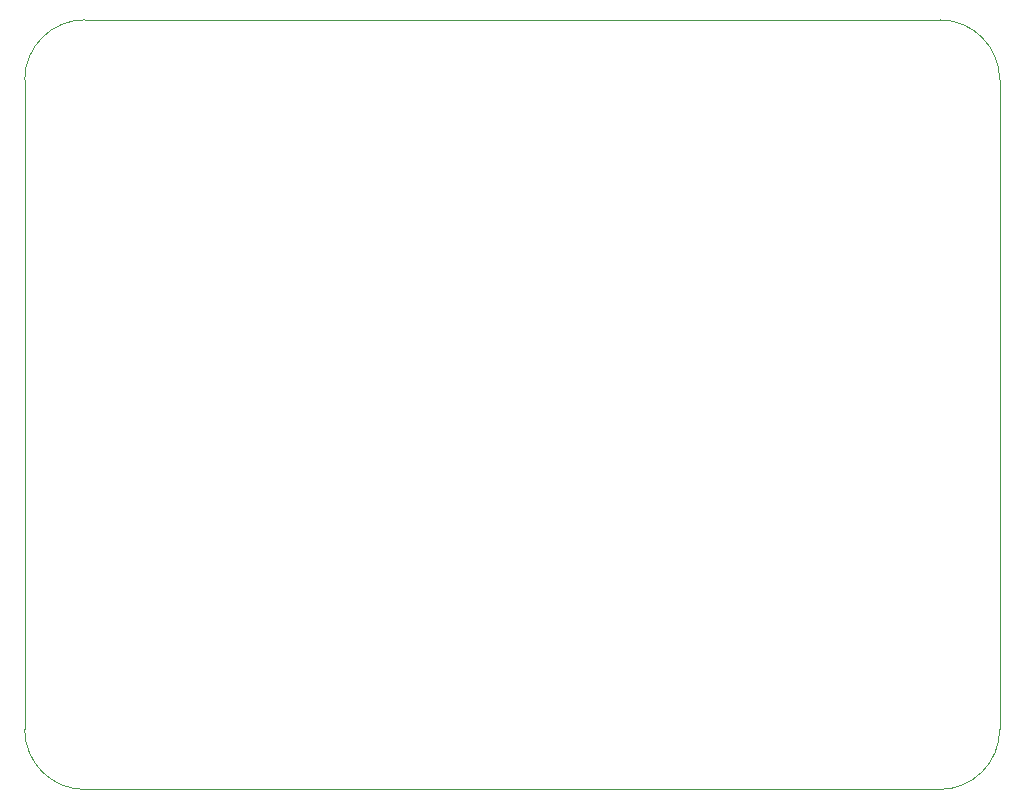
<source format=gbr>
G04 #@! TF.GenerationSoftware,KiCad,Pcbnew,(5.1.2)-2*
G04 #@! TF.CreationDate,2019-09-03T22:16:40-05:00*
G04 #@! TF.ProjectId,ControlBoardT4_Rev1,436f6e74-726f-46c4-926f-61726454345f,rev?*
G04 #@! TF.SameCoordinates,Original*
G04 #@! TF.FileFunction,Profile,NP*
%FSLAX46Y46*%
G04 Gerber Fmt 4.6, Leading zero omitted, Abs format (unit mm)*
G04 Created by KiCad (PCBNEW (5.1.2)-2) date 2019-09-03 22:16:40*
%MOMM*%
%LPD*%
G04 APERTURE LIST*
%ADD10C,0.050000*%
G04 APERTURE END LIST*
D10*
X190754000Y-128914000D02*
X190754000Y-73914000D01*
X108204000Y-73914000D02*
X108204000Y-128914000D01*
X113284000Y-133994000D02*
G75*
G02X108204000Y-128914000I0J5080000D01*
G01*
X185674000Y-133994000D02*
X180594000Y-133994000D01*
X190754000Y-128914000D02*
G75*
G02X185674000Y-133994000I-5080000J0D01*
G01*
X113284000Y-133994000D02*
X180594000Y-133994000D01*
X113284000Y-68834000D02*
X118364000Y-68834000D01*
X185674000Y-68834000D02*
X118364000Y-68834000D01*
X108204000Y-73914000D02*
G75*
G02X113284000Y-68834000I5080000J0D01*
G01*
X185674000Y-68834000D02*
G75*
G02X190754000Y-73914000I0J-5080000D01*
G01*
M02*

</source>
